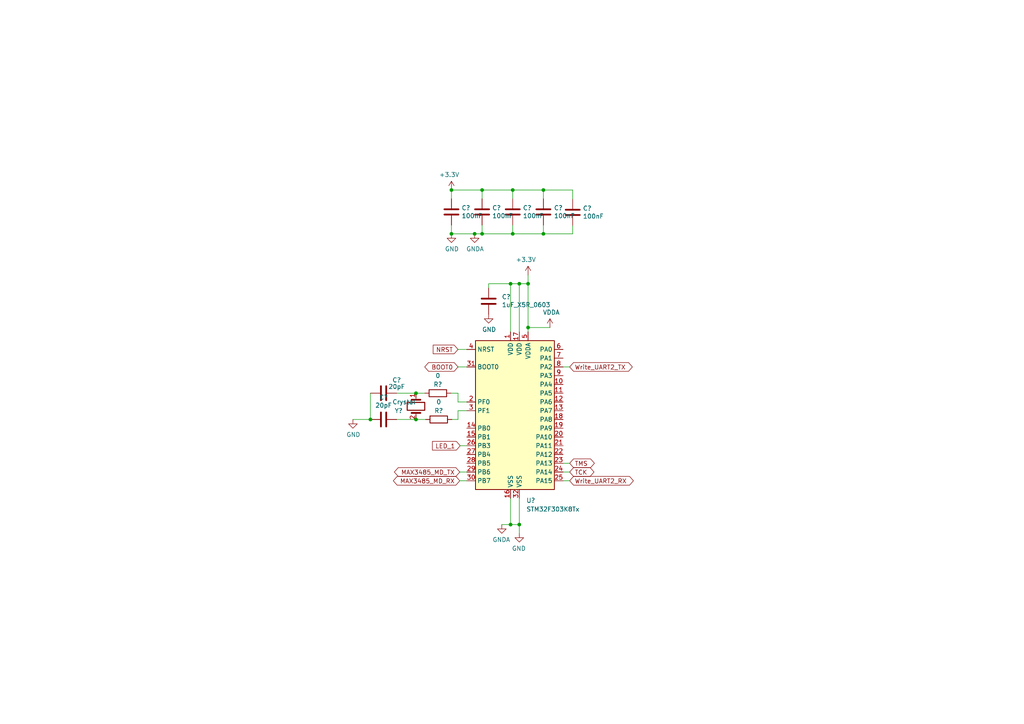
<source format=kicad_sch>
(kicad_sch (version 20211123) (generator eeschema)
  (paper "A4")
  (lib_symbols
    (symbol "Device:C" (pin_numbers hide) (pin_names (offset 0.254))
      (property "Reference" "C" (at 0.635 2.54 0))
      (property "Value" "C" (at 0.635 -2.54 0))
      (symbol "C_0_1"
        (polyline (pts (xy -2.032 -0.762) (xy 2.032 -0.762)) (stroke (width 0.508)))
        (polyline (pts (xy -2.032 0.762) (xy 2.032 0.762)) (stroke (width 0.508)))
      )
      (symbol "C_1_1"
        (pin passive line (at 0 3.81 270) (length 2.794) (name "~") (number "1"))
        (pin passive line (at 0 -3.81 90) (length 2.794) (name "~") (number "2"))
      )
    )
    (symbol "Device:Crystal" (pin_names (offset 1.016) hide)
      (property "Reference" "Y" (at 0 3.81 0))
      (property "Value" "Crystal" (at 0 -3.81 0))
      (symbol "Crystal_0_1"
        (rectangle (start -1.143 2.54) (end 1.143 -2.54) (stroke (width 0.3048)))
        (polyline (pts (xy -2.54 0) (xy -1.905 0)))
        (polyline (pts (xy -1.905 -1.27) (xy -1.905 1.27)) (stroke (width 0.508)))
        (polyline (pts (xy 1.905 -1.27) (xy 1.905 1.27)) (stroke (width 0.508)))
        (polyline (pts (xy 2.54 0) (xy 1.905 0)))
      )
      (symbol "Crystal_1_1"
        (pin passive line (at -3.81 0 0) (length 1.27) (name "1") (number "1"))
        (pin passive line (at 3.81 0 180) (length 1.27) (name "2") (number "2"))
      )
    )
    (symbol "Device:R" (pin_numbers hide) (pin_names (offset 0))
      (property "Reference" "R" (at 2.032 0 90))
      (property "Value" "R" (at 0 0 90))
      (symbol "R_0_1"
        (rectangle (start -1.016 -2.54) (end 1.016 2.54) (stroke (width 0.254)))
      )
      (symbol "R_1_1"
        (pin passive line (at 0 3.81 270) (length 1.27) (name "~") (number "1"))
        (pin passive line (at 0 -3.81 90) (length 1.27) (name "~") (number "2"))
      )
    )
    (symbol "MCU_ST_STM32F3:STM32F303K8Tx"
      (property "Reference" "U" (at -12.7 21.59 0))
      (property "Value" "STM32F303K8Tx" (at 5.08 21.59 0))
      (symbol "STM32F303K8Tx_0_1"
        (rectangle (start -12.7 -22.86) (end 10.16 20.32) (stroke (width 0.254)) (fill (type background)))
      )
      (symbol "STM32F303K8Tx_1_1"
        (pin power_in line (at -2.54 22.86 270) (length 2.54) (name "VDD") (number "1"))
        (pin bidirectional line (at 12.7 7.62 180) (length 2.54) (name "PA4") (number "10"))
        (pin bidirectional line (at 12.7 5.08 180) (length 2.54) (name "PA5") (number "11"))
        (pin bidirectional line (at 12.7 2.54 180) (length 2.54) (name "PA6") (number "12"))
        (pin bidirectional line (at 12.7 0 180) (length 2.54) (name "PA7") (number "13"))
        (pin bidirectional line (at -15.24 -5.08 0) (length 2.54) (name "PB0") (number "14"))
        (pin bidirectional line (at -15.24 -7.62 0) (length 2.54) (name "PB1") (number "15"))
        (pin power_in line (at -2.54 -25.4 90) (length 2.54) (name "VSS") (number "16"))
        (pin power_in line (at 0 22.86 270) (length 2.54) (name "VDD") (number "17"))
        (pin bidirectional line (at 12.7 -2.54 180) (length 2.54) (name "PA8") (number "18"))
        (pin bidirectional line (at 12.7 -5.08 180) (length 2.54) (name "PA9") (number "19"))
        (pin input line (at -15.24 2.54 0) (length 2.54) (name "PF0") (number "2"))
        (pin bidirectional line (at 12.7 -7.62 180) (length 2.54) (name "PA10") (number "20"))
        (pin bidirectional line (at 12.7 -10.16 180) (length 2.54) (name "PA11") (number "21"))
        (pin bidirectional line (at 12.7 -12.7 180) (length 2.54) (name "PA12") (number "22"))
        (pin bidirectional line (at 12.7 -15.24 180) (length 2.54) (name "PA13") (number "23"))
        (pin bidirectional line (at 12.7 -17.78 180) (length 2.54) (name "PA14") (number "24"))
        (pin bidirectional line (at 12.7 -20.32 180) (length 2.54) (name "PA15") (number "25"))
        (pin bidirectional line (at -15.24 -10.16 0) (length 2.54) (name "PB3") (number "26"))
        (pin bidirectional line (at -15.24 -12.7 0) (length 2.54) (name "PB4") (number "27"))
        (pin bidirectional line (at -15.24 -15.24 0) (length 2.54) (name "PB5") (number "28"))
        (pin bidirectional line (at -15.24 -17.78 0) (length 2.54) (name "PB6") (number "29"))
        (pin input line (at -15.24 0 0) (length 2.54) (name "PF1") (number "3"))
        (pin bidirectional line (at -15.24 -20.32 0) (length 2.54) (name "PB7") (number "30"))
        (pin input line (at -15.24 12.7 0) (length 2.54) (name "BOOT0") (number "31"))
        (pin power_in line (at 0 -25.4 90) (length 2.54) (name "VSS") (number "32"))
        (pin input line (at -15.24 17.78 0) (length 2.54) (name "NRST") (number "4"))
        (pin power_in line (at 2.54 22.86 270) (length 2.54) (name "VDDA") (number "5"))
        (pin bidirectional line (at 12.7 17.78 180) (length 2.54) (name "PA0") (number "6"))
        (pin bidirectional line (at 12.7 15.24 180) (length 2.54) (name "PA1") (number "7"))
        (pin bidirectional line (at 12.7 12.7 180) (length 2.54) (name "PA2") (number "8"))
        (pin bidirectional line (at 12.7 10.16 180) (length 2.54) (name "PA3") (number "9"))
      )
    )
    (symbol "power:+3.3V" (power) (pin_names (offset 0))
      (property "Value" "+3.3V" (at 0 3.556 0))
      (symbol "+3.3V_0_1"
        (polyline (pts (xy -0.762 1.27) (xy 0 2.54)))
        (polyline (pts (xy 0 0) (xy 0 2.54)))
        (polyline (pts (xy 0 2.54) (xy 0.762 1.27)))
      )
      (symbol "+3.3V_1_1"
        (pin power_in line (at 0 0 90) (length 0) hide (name "+3.3V") (number "1"))
      )
    )
    (symbol "power:GND" (power) (pin_names (offset 0))
      (property "Value" "GND" (at 0 -3.81 0))
      (symbol "GND_0_1"
        (polyline (pts (xy 0 0) (xy 0 -1.27) (xy 1.27 -1.27) (xy 0 -2.54) (xy -1.27 -1.27) (xy 0 -1.27)))
      )
      (symbol "GND_1_1"
        (pin power_in line (at 0 0 270) (length 0) hide (name "GND") (number "1"))
      )
    )
    (symbol "power:GNDA" (power) (pin_names (offset 0))
      (property "Value" "GNDA" (at 0 -3.81 0))
      (symbol "GNDA_0_1"
        (polyline (pts (xy 0 0) (xy 0 -1.27) (xy 1.27 -1.27) (xy 0 -2.54) (xy -1.27 -1.27) (xy 0 -1.27)))
      )
      (symbol "GNDA_1_1"
        (pin power_in line (at 0 0 270) (length 0) hide (name "GNDA") (number "1"))
      )
    )
    (symbol "power:VDDA" (power) (pin_names (offset 0))
      (property "Value" "VDDA" (at 0 3.81 0))
      (symbol "VDDA_0_1"
        (polyline (pts (xy -0.762 1.27) (xy 0 2.54)))
        (polyline (pts (xy 0 0) (xy 0 2.54)))
        (polyline (pts (xy 0 2.54) (xy 0.762 1.27)))
      )
      (symbol "VDDA_1_1"
        (pin power_in line (at 0 0 90) (length 0) hide (name "VDDA") (number "1"))
      )
    )
  )
  (junction (at 120.65 121.666))
  (junction (at 130.937 55.118))
  (junction (at 130.937 67.818))
  (junction (at 107.442 121.666))
  (junction (at 148.082 152.146))
  (junction (at 120.65 114.046))
  (junction (at 153.162 94.996))
  (junction (at 150.622 152.146))
  (junction (at 148.717 55.118))
  (junction (at 150.622 82.296))
  (junction (at 137.668 67.818))
  (junction (at 148.082 82.296))
  (junction (at 157.607 55.118))
  (junction (at 153.162 82.296))
  (junction (at 157.607 67.818))
  (junction (at 148.717 67.818))
  (junction (at 139.827 67.818))
  (junction (at 139.827 55.118))
  (wire (pts (xy 163.322 106.426) (xy 165.227 106.426)))
  (wire (pts (xy 166.116 55.118) (xy 166.116 57.785)))
  (wire (pts (xy 133.35 136.906) (xy 135.382 136.906)))
  (wire (pts (xy 148.717 65.278) (xy 148.717 67.818)))
  (wire (pts (xy 148.082 144.526) (xy 148.082 152.146)))
  (wire (pts (xy 139.827 57.658) (xy 139.827 55.118)))
  (wire (pts (xy 150.622 154.686) (xy 150.622 152.146)))
  (wire (pts (xy 107.442 114.046) (xy 107.442 121.666)))
  (wire (pts (xy 130.81 114.046) (xy 132.842 114.046)))
  (wire (pts (xy 139.827 55.118) (xy 148.717 55.118)))
  (wire (pts (xy 115.062 114.046) (xy 120.65 114.046)))
  (wire (pts (xy 148.717 55.118) (xy 157.607 55.118)))
  (wire (pts (xy 133.35 139.446) (xy 135.382 139.446)))
  (wire (pts (xy 148.717 67.818) (xy 157.607 67.818)))
  (wire (pts (xy 120.65 121.666) (xy 123.444 121.666)))
  (wire (pts (xy 157.607 67.818) (xy 166.116 67.818)))
  (wire (pts (xy 145.542 152.146) (xy 148.082 152.146)))
  (wire (pts (xy 139.827 67.818) (xy 148.717 67.818)))
  (wire (pts (xy 132.842 119.126) (xy 132.842 121.666)))
  (wire (pts (xy 132.842 106.426) (xy 135.382 106.426)))
  (wire (pts (xy 148.082 96.266) (xy 148.082 82.296)))
  (wire (pts (xy 163.322 136.906) (xy 165.227 136.906)))
  (wire (pts (xy 139.827 65.278) (xy 139.827 67.818)))
  (wire (pts (xy 150.622 144.526) (xy 150.622 152.146)))
  (wire (pts (xy 153.162 94.996) (xy 153.162 96.266)))
  (wire (pts (xy 157.607 55.118) (xy 157.607 57.658)))
  (wire (pts (xy 150.622 82.296) (xy 153.162 82.296)))
  (wire (pts (xy 120.65 114.046) (xy 123.19 114.046)))
  (wire (pts (xy 132.842 121.666) (xy 131.064 121.666)))
  (wire (pts (xy 115.062 121.666) (xy 120.65 121.666)))
  (wire (pts (xy 159.512 94.996) (xy 153.162 94.996)))
  (wire (pts (xy 148.717 57.658) (xy 148.717 55.118)))
  (wire (pts (xy 135.382 129.286) (xy 133.477 129.286)))
  (wire (pts (xy 132.842 114.046) (xy 132.842 116.586)))
  (wire (pts (xy 141.732 82.296) (xy 148.082 82.296)))
  (wire (pts (xy 150.622 96.266) (xy 150.622 82.296)))
  (wire (pts (xy 102.362 121.666) (xy 107.442 121.666)))
  (wire (pts (xy 157.607 55.118) (xy 166.116 55.118)))
  (wire (pts (xy 166.116 65.405) (xy 166.116 67.818)))
  (wire (pts (xy 153.162 82.296) (xy 153.162 79.756)))
  (wire (pts (xy 150.622 152.146) (xy 148.082 152.146)))
  (wire (pts (xy 163.322 139.446) (xy 165.227 139.446)))
  (wire (pts (xy 137.668 67.818) (xy 139.827 67.818)))
  (wire (pts (xy 157.607 67.818) (xy 157.607 65.278)))
  (wire (pts (xy 130.937 67.818) (xy 137.668 67.818)))
  (wire (pts (xy 130.937 67.818) (xy 130.937 65.278)))
  (wire (pts (xy 135.382 101.346) (xy 132.842 101.346)))
  (wire (pts (xy 132.842 116.586) (xy 135.382 116.586)))
  (wire (pts (xy 130.937 55.118) (xy 130.937 57.658)))
  (wire (pts (xy 130.937 55.118) (xy 139.827 55.118)))
  (wire (pts (xy 148.082 82.296) (xy 150.622 82.296)))
  (wire (pts (xy 153.162 82.296) (xy 153.162 94.996)))
  (wire (pts (xy 132.842 119.126) (xy 135.382 119.126)))
  (wire (pts (xy 163.322 134.366) (xy 165.227 134.366)))
  (wire (pts (xy 141.732 82.296) (xy 141.732 83.566)))
  (global_label "MAX3485_MD_TX" (shape bidirectional) (at 133.35 136.906 180) (property "Intersheet References" "${INTERSHEET_REFS}" (effects hide)))
  (global_label "NRST" (shape input) (at 132.842 101.346 180) (property "Intersheet References" "${INTERSHEET_REFS}" (effects hide)))
  (global_label "TCK" (shape bidirectional) (at 165.227 136.906 0) (property "Intersheet References" "${INTERSHEET_REFS}" (effects hide)))
  (global_label "TMS" (shape bidirectional) (at 165.227 134.366 0) (property "Intersheet References" "${INTERSHEET_REFS}" (effects hide)))
  (global_label "LED_1" (shape input) (at 133.477 129.286 180) (property "Intersheet References" "${INTERSHEET_REFS}" (effects hide)))
  (global_label "MAX3485_MD_RX" (shape bidirectional) (at 133.35 139.446 180) (property "Intersheet References" "${INTERSHEET_REFS}" (effects hide)))
  (global_label "BOOT0" (shape bidirectional) (at 132.842 106.426 180) (property "Intersheet References" "${INTERSHEET_REFS}" (effects hide)))
  (global_label "Write_UART2_TX" (shape bidirectional) (at 165.227 106.426 0) (property "Intersheet References" "${INTERSHEET_REFS}" (effects hide)))
  (global_label "Write_UART2_RX" (shape bidirectional) (at 165.227 139.446 0) (property "Intersheet References" "${INTERSHEET_REFS}" (effects hide)))
  (symbol (lib_id "Device:R") (at 127.254 121.666 270) (unit 1)
    (property "Reference" "R?" (at 127.254 119.126 90))
    (property "Value" "0" (at 127.254 116.586 90))
    (property "Footprint" "Resistor_SMD:R_0603_1608Metric_Pad0.98x0.95mm_HandSolder" (effects hide))
  )
  (symbol (lib_id "power:GNDA") (at 145.542 152.146 0) (mirror y) (unit 1)
    (property "Reference" "#PWR?" (effects hide))
    (property "Value" "GNDA" (at 145.415 156.5402 0))
  )
  (symbol (lib_id "Device:Crystal") (at 120.65 117.856 270) (unit 1)
    (property "Reference" "Y?" (at 114.427 119.126 90) (effects (justify left)))
    (property "Value" "Crystal" (at 113.792 116.586 90) (effects (justify left)))
  )
  (symbol (lib_id "Device:R") (at 127 114.046 270) (unit 1)
    (property "Reference" "R?" (at 127 111.506 90))
    (property "Value" "0" (at 127 108.966 90))
    (property "Footprint" "Resistor_SMD:R_0603_1608Metric_Pad0.98x0.95mm_HandSolder" (effects hide))
  )
  (symbol (lib_id "power:GND") (at 150.622 154.686 0) (mirror y) (unit 1)
    (property "Reference" "#PWR?" (effects hide))
    (property "Value" "GND" (at 150.495 159.0802 0))
  )
  (symbol (lib_id "power:VDDA") (at 159.512 94.996 0) (unit 1)
    (property "Reference" "#PWR?" (effects hide))
    (property "Value" "VDDA" (at 159.893 90.6018 0))
  )
  (symbol (lib_id "power:GND") (at 130.937 67.818 0) (unit 1)
    (property "Reference" "#PWR?" (effects hide))
    (property "Value" "GND" (at 131.064 72.2122 0))
  )
  (symbol (lib_id "power:+3.3V") (at 130.937 55.118 0) (unit 1)
    (property "Reference" "#PWR?" (effects hide))
    (property "Value" "+3.3V" (at 130.302 50.673 0))
  )
  (symbol (lib_id "Device:C") (at 166.116 61.595 180) (unit 1)
    (property "Reference" "C?" (at 169.037 60.4266 0) (effects (justify right)))
    (property "Value" "100nF" (at 169.037 62.738 0) (effects (justify right)))
    (property "Footprint" "Capacitor_SMD:C_0603_1608Metric_Pad1.08x0.95mm_HandSolder" (effects hide))
  )
  (symbol (lib_id "power:GNDA") (at 137.668 67.818 0) (unit 1)
    (property "Reference" "#PWR?" (effects hide))
    (property "Value" "GNDA" (at 137.795 72.2122 0))
  )
  (symbol (lib_id "Device:C") (at 139.827 61.468 180) (unit 1)
    (property "Reference" "C?" (at 142.748 60.2996 0) (effects (justify right)))
    (property "Value" "100nF" (at 142.748 62.611 0) (effects (justify right)))
    (property "Footprint" "Capacitor_SMD:C_0603_1608Metric_Pad1.08x0.95mm_HandSolder" (effects hide))
  )
  (symbol (lib_id "power:+3.3V") (at 153.162 79.756 0) (unit 1)
    (property "Reference" "#PWR?" (effects hide))
    (property "Value" "+3.3V" (at 152.527 75.311 0))
  )
  (symbol (lib_id "Device:C") (at 148.717 61.468 180) (unit 1)
    (property "Reference" "C?" (at 151.638 60.2996 0) (effects (justify right)))
    (property "Value" "100nF" (at 151.638 62.611 0) (effects (justify right)))
    (property "Footprint" "Capacitor_SMD:C_0603_1608Metric_Pad1.08x0.95mm_HandSolder" (effects hide))
  )
  (symbol (lib_id "power:GND") (at 141.732 91.186 0) (unit 1)
    (property "Reference" "#PWR?" (effects hide))
    (property "Value" "GND" (at 141.859 95.5802 0))
  )
  (symbol (lib_id "Device:C") (at 130.937 61.468 180) (unit 1)
    (property "Reference" "C?" (at 133.858 60.2996 0) (effects (justify right)))
    (property "Value" "100nF" (at 133.858 62.611 0) (effects (justify right)))
    (property "Footprint" "Capacitor_SMD:C_0603_1608Metric_Pad1.08x0.95mm_HandSolder" (effects hide))
  )
  (symbol (lib_id "Device:C") (at 157.607 61.468 180) (unit 1)
    (property "Reference" "C?" (at 160.655 60.2996 0) (effects (justify right)))
    (property "Value" "100nF" (at 160.655 62.611 0) (effects (justify right)))
    (property "Footprint" "Capacitor_SMD:C_0603_1608Metric_Pad1.08x0.95mm_HandSolder" (effects hide))
  )
  (symbol (lib_id "Device:C") (at 111.252 121.666 90) (unit 1)
    (property "Reference" "C?" (at 111.252 115.2652 90))
    (property "Value" "20pF" (at 111.252 117.5766 90))
    (property "Footprint" "Capacitor_SMD:C_0805_2012Metric_Pad1.18x1.45mm_HandSolder" (effects hide))
  )
  (symbol (lib_id "power:GND") (at 102.362 121.666 0) (unit 1)
    (property "Reference" "#PWR?" (effects hide))
    (property "Value" "GND" (at 102.489 126.0602 0))
  )
  (symbol (lib_id "MCU_ST_STM32F3:STM32F303K8Tx") (at 150.622 119.126 0) (unit 1)
    (property "Reference" "U?" (at 152.6414 145.161 0) (effects (justify left)))
    (property "Value" "STM32F303K8Tx" (at 152.6414 147.701 0) (effects (justify left)))
    (property "Footprint" "Package_QFP:LQFP-32_7x7mm_P0.8mm" (effects hide))
    (property "Datasheet" "http://www.st.com/st-web-ui/static/active/en/resource/technical/document/datasheet/DM00092070.pdf" (effects hide))
  )
  (symbol (lib_id "Device:C") (at 141.732 87.376 0) (unit 1)
    (property "Reference" "C?" (at 145.542 86.106 0) (effects (justify left)))
    (property "Value" "1uF_X5R_0603" (at 145.542 88.4174 0) (effects (justify left)))
    (property "Footprint" "Capacitor_SMD:C_0603_1608Metric_Pad1.08x0.95mm_HandSolder" (effects hide))
  )
  (symbol (lib_id "Device:C") (at 111.252 114.046 90) (unit 1)
    (property "Reference" "C?" (at 115.062 110.236 90))
    (property "Value" "20pF" (at 115.062 112.141 90))
    (property "Footprint" "Capacitor_SMD:C_0805_2012Metric_Pad1.18x1.45mm_HandSolder" (effects hide))
  )
)
</source>
